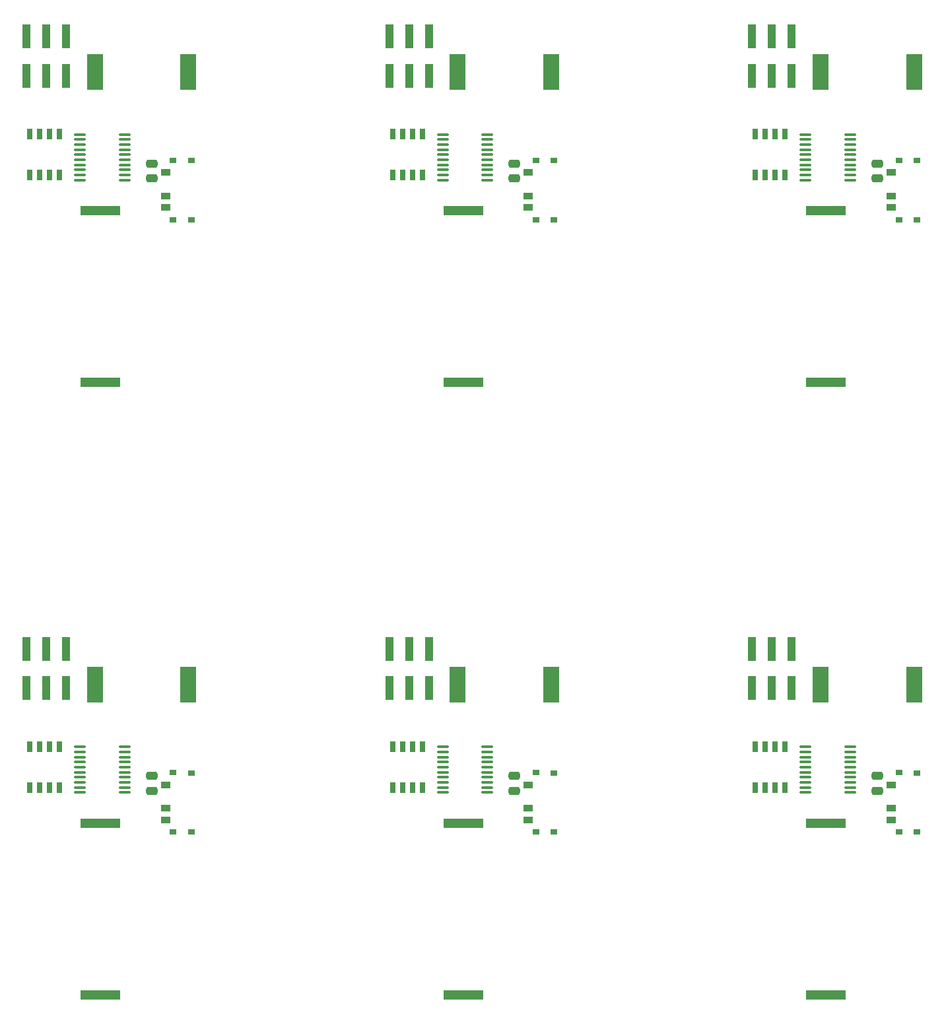
<source format=gbr>
%TF.GenerationSoftware,KiCad,Pcbnew,9.0.3*%
%TF.CreationDate,2025-07-23T15:56:11-05:00*%
%TF.ProjectId,panel,70616e65-6c2e-46b6-9963-61645f706362,rev?*%
%TF.SameCoordinates,Original*%
%TF.FileFunction,Paste,Bot*%
%TF.FilePolarity,Positive*%
%FSLAX46Y46*%
G04 Gerber Fmt 4.6, Leading zero omitted, Abs format (unit mm)*
G04 Created by KiCad (PCBNEW 9.0.3) date 2025-07-23 15:56:11*
%MOMM*%
%LPD*%
G01*
G04 APERTURE LIST*
G04 Aperture macros list*
%AMRoundRect*
0 Rectangle with rounded corners*
0 $1 Rounding radius*
0 $2 $3 $4 $5 $6 $7 $8 $9 X,Y pos of 4 corners*
0 Add a 4 corners polygon primitive as box body*
4,1,4,$2,$3,$4,$5,$6,$7,$8,$9,$2,$3,0*
0 Add four circle primitives for the rounded corners*
1,1,$1+$1,$2,$3*
1,1,$1+$1,$4,$5*
1,1,$1+$1,$6,$7*
1,1,$1+$1,$8,$9*
0 Add four rect primitives between the rounded corners*
20,1,$1+$1,$2,$3,$4,$5,0*
20,1,$1+$1,$4,$5,$6,$7,0*
20,1,$1+$1,$6,$7,$8,$9,0*
20,1,$1+$1,$8,$9,$2,$3,0*%
G04 Aperture macros list end*
%ADD10R,5.080000X1.270000*%
%ADD11R,1.000000X3.150000*%
%ADD12RoundRect,0.100000X0.637500X0.100000X-0.637500X0.100000X-0.637500X-0.100000X0.637500X-0.100000X0*%
%ADD13R,1.250000X0.900000*%
%ADD14R,0.900000X0.800000*%
%ADD15R,0.800000X1.450000*%
%ADD16R,2.000000X4.600000*%
%ADD17RoundRect,0.250000X0.475000X-0.250000X0.475000X0.250000X-0.475000X0.250000X-0.475000X-0.250000X0*%
G04 APERTURE END LIST*
D10*
%TO.C,BT1*%
X99447561Y-176355334D03*
X99447561Y-154385334D03*
%TD*%
D11*
%TO.C,J3*%
X141554887Y-137055334D03*
X141554887Y-132005334D03*
X139014887Y-137055334D03*
X139014887Y-132005334D03*
X136474887Y-137055334D03*
X136474887Y-132005334D03*
%TD*%
D12*
%TO.C,U1*%
X195599713Y-66039903D03*
X195599713Y-66689903D03*
X195599713Y-67339903D03*
X195599713Y-67989903D03*
X195599713Y-68639903D03*
X195599713Y-69289903D03*
X195599713Y-69939903D03*
X195599713Y-70589903D03*
X195599713Y-71239903D03*
X195599713Y-71889903D03*
X189874713Y-71889903D03*
X189874713Y-71239903D03*
X189874713Y-70589903D03*
X189874713Y-69939903D03*
X189874713Y-69289903D03*
X189874713Y-68639903D03*
X189874713Y-67989903D03*
X189874713Y-67339903D03*
X189874713Y-66689903D03*
X189874713Y-66039903D03*
%TD*%
D10*
%TO.C,BT1*%
X145979887Y-176355334D03*
X145979887Y-154385334D03*
%TD*%
D11*
%TO.C,J3*%
X188087213Y-137055334D03*
X188087213Y-132005334D03*
X185547213Y-137055334D03*
X185547213Y-132005334D03*
X183007213Y-137055334D03*
X183007213Y-132005334D03*
%TD*%
D13*
%TO.C,SW1*%
X200862213Y-153955334D03*
X200862213Y-152455334D03*
X200862213Y-149455334D03*
D14*
X201837213Y-155505334D03*
X204137213Y-155505334D03*
X204137213Y-147905334D03*
X201837213Y-147895334D03*
%TD*%
D10*
%TO.C,BT1*%
X192512213Y-176355334D03*
X192512213Y-154385334D03*
%TD*%
D12*
%TO.C,U1*%
X102535061Y-144580334D03*
X102535061Y-145230334D03*
X102535061Y-145880334D03*
X102535061Y-146530334D03*
X102535061Y-147180334D03*
X102535061Y-147830334D03*
X102535061Y-148480334D03*
X102535061Y-149130334D03*
X102535061Y-149780334D03*
X102535061Y-150430334D03*
X96810061Y-150430334D03*
X96810061Y-149780334D03*
X96810061Y-149130334D03*
X96810061Y-148480334D03*
X96810061Y-147830334D03*
X96810061Y-147180334D03*
X96810061Y-146530334D03*
X96810061Y-145880334D03*
X96810061Y-145230334D03*
X96810061Y-144580334D03*
%TD*%
D10*
%TO.C,BT1*%
X192512213Y-97814903D03*
X192512213Y-75844903D03*
%TD*%
D15*
%TO.C,U4*%
X90362561Y-65989903D03*
X91632561Y-65989903D03*
X92902561Y-65989903D03*
X94172561Y-65989903D03*
X94172561Y-71239903D03*
X92902561Y-71239903D03*
X91632561Y-71239903D03*
X90362561Y-71239903D03*
%TD*%
D16*
%TO.C,J1*%
X157254887Y-136605334D03*
X145254887Y-136605334D03*
%TD*%
D17*
%TO.C,C3*%
X152554887Y-150205334D03*
X152554887Y-148305334D03*
%TD*%
D11*
%TO.C,J3*%
X95022561Y-58514903D03*
X95022561Y-53464903D03*
X92482561Y-58514903D03*
X92482561Y-53464903D03*
X89942561Y-58514903D03*
X89942561Y-53464903D03*
%TD*%
D16*
%TO.C,J1*%
X110722561Y-58064903D03*
X98722561Y-58064903D03*
%TD*%
%TO.C,J1*%
X110722561Y-136605334D03*
X98722561Y-136605334D03*
%TD*%
D13*
%TO.C,SW1*%
X154329887Y-75414903D03*
X154329887Y-73914903D03*
X154329887Y-70914903D03*
D14*
X155304887Y-76964903D03*
X157604887Y-76964903D03*
X157604887Y-69364903D03*
X155304887Y-69354903D03*
%TD*%
D17*
%TO.C,C3*%
X199087213Y-150205334D03*
X199087213Y-148305334D03*
%TD*%
D16*
%TO.C,J1*%
X157254887Y-58064903D03*
X145254887Y-58064903D03*
%TD*%
D17*
%TO.C,C3*%
X106022561Y-150205334D03*
X106022561Y-148305334D03*
%TD*%
D12*
%TO.C,U1*%
X102535061Y-66039903D03*
X102535061Y-66689903D03*
X102535061Y-67339903D03*
X102535061Y-67989903D03*
X102535061Y-68639903D03*
X102535061Y-69289903D03*
X102535061Y-69939903D03*
X102535061Y-70589903D03*
X102535061Y-71239903D03*
X102535061Y-71889903D03*
X96810061Y-71889903D03*
X96810061Y-71239903D03*
X96810061Y-70589903D03*
X96810061Y-69939903D03*
X96810061Y-69289903D03*
X96810061Y-68639903D03*
X96810061Y-67989903D03*
X96810061Y-67339903D03*
X96810061Y-66689903D03*
X96810061Y-66039903D03*
%TD*%
D17*
%TO.C,C3*%
X152554887Y-71664903D03*
X152554887Y-69764903D03*
%TD*%
D11*
%TO.C,J3*%
X188087213Y-58514903D03*
X188087213Y-53464903D03*
X185547213Y-58514903D03*
X185547213Y-53464903D03*
X183007213Y-58514903D03*
X183007213Y-53464903D03*
%TD*%
D10*
%TO.C,BT1*%
X99447561Y-97814903D03*
X99447561Y-75844903D03*
%TD*%
D12*
%TO.C,U1*%
X149067387Y-66039903D03*
X149067387Y-66689903D03*
X149067387Y-67339903D03*
X149067387Y-67989903D03*
X149067387Y-68639903D03*
X149067387Y-69289903D03*
X149067387Y-69939903D03*
X149067387Y-70589903D03*
X149067387Y-71239903D03*
X149067387Y-71889903D03*
X143342387Y-71889903D03*
X143342387Y-71239903D03*
X143342387Y-70589903D03*
X143342387Y-69939903D03*
X143342387Y-69289903D03*
X143342387Y-68639903D03*
X143342387Y-67989903D03*
X143342387Y-67339903D03*
X143342387Y-66689903D03*
X143342387Y-66039903D03*
%TD*%
D17*
%TO.C,C3*%
X106022561Y-71664903D03*
X106022561Y-69764903D03*
%TD*%
D10*
%TO.C,BT1*%
X145979887Y-97814903D03*
X145979887Y-75844903D03*
%TD*%
D13*
%TO.C,SW1*%
X154329887Y-153955334D03*
X154329887Y-152455334D03*
X154329887Y-149455334D03*
D14*
X155304887Y-155505334D03*
X157604887Y-155505334D03*
X157604887Y-147905334D03*
X155304887Y-147895334D03*
%TD*%
D11*
%TO.C,J3*%
X141554887Y-58514903D03*
X141554887Y-53464903D03*
X139014887Y-58514903D03*
X139014887Y-53464903D03*
X136474887Y-58514903D03*
X136474887Y-53464903D03*
%TD*%
D16*
%TO.C,J1*%
X203787213Y-136605334D03*
X191787213Y-136605334D03*
%TD*%
D12*
%TO.C,U1*%
X195599713Y-144580334D03*
X195599713Y-145230334D03*
X195599713Y-145880334D03*
X195599713Y-146530334D03*
X195599713Y-147180334D03*
X195599713Y-147830334D03*
X195599713Y-148480334D03*
X195599713Y-149130334D03*
X195599713Y-149780334D03*
X195599713Y-150430334D03*
X189874713Y-150430334D03*
X189874713Y-149780334D03*
X189874713Y-149130334D03*
X189874713Y-148480334D03*
X189874713Y-147830334D03*
X189874713Y-147180334D03*
X189874713Y-146530334D03*
X189874713Y-145880334D03*
X189874713Y-145230334D03*
X189874713Y-144580334D03*
%TD*%
D15*
%TO.C,U4*%
X136894887Y-65989903D03*
X138164887Y-65989903D03*
X139434887Y-65989903D03*
X140704887Y-65989903D03*
X140704887Y-71239903D03*
X139434887Y-71239903D03*
X138164887Y-71239903D03*
X136894887Y-71239903D03*
%TD*%
%TO.C,U4*%
X90362561Y-144530334D03*
X91632561Y-144530334D03*
X92902561Y-144530334D03*
X94172561Y-144530334D03*
X94172561Y-149780334D03*
X92902561Y-149780334D03*
X91632561Y-149780334D03*
X90362561Y-149780334D03*
%TD*%
D13*
%TO.C,SW1*%
X200862213Y-75414903D03*
X200862213Y-73914903D03*
X200862213Y-70914903D03*
D14*
X201837213Y-76964903D03*
X204137213Y-76964903D03*
X204137213Y-69364903D03*
X201837213Y-69354903D03*
%TD*%
D13*
%TO.C,SW1*%
X107797561Y-75414903D03*
X107797561Y-73914903D03*
X107797561Y-70914903D03*
D14*
X108772561Y-76964903D03*
X111072561Y-76964903D03*
X111072561Y-69364903D03*
X108772561Y-69354903D03*
%TD*%
D17*
%TO.C,C3*%
X199087213Y-71664903D03*
X199087213Y-69764903D03*
%TD*%
D15*
%TO.C,U4*%
X183427213Y-65989903D03*
X184697213Y-65989903D03*
X185967213Y-65989903D03*
X187237213Y-65989903D03*
X187237213Y-71239903D03*
X185967213Y-71239903D03*
X184697213Y-71239903D03*
X183427213Y-71239903D03*
%TD*%
%TO.C,U4*%
X136894887Y-144530334D03*
X138164887Y-144530334D03*
X139434887Y-144530334D03*
X140704887Y-144530334D03*
X140704887Y-149780334D03*
X139434887Y-149780334D03*
X138164887Y-149780334D03*
X136894887Y-149780334D03*
%TD*%
D16*
%TO.C,J1*%
X203787213Y-58064903D03*
X191787213Y-58064903D03*
%TD*%
D11*
%TO.C,J3*%
X95022561Y-137055334D03*
X95022561Y-132005334D03*
X92482561Y-137055334D03*
X92482561Y-132005334D03*
X89942561Y-137055334D03*
X89942561Y-132005334D03*
%TD*%
D15*
%TO.C,U4*%
X183427213Y-144530334D03*
X184697213Y-144530334D03*
X185967213Y-144530334D03*
X187237213Y-144530334D03*
X187237213Y-149780334D03*
X185967213Y-149780334D03*
X184697213Y-149780334D03*
X183427213Y-149780334D03*
%TD*%
D12*
%TO.C,U1*%
X149067387Y-144580334D03*
X149067387Y-145230334D03*
X149067387Y-145880334D03*
X149067387Y-146530334D03*
X149067387Y-147180334D03*
X149067387Y-147830334D03*
X149067387Y-148480334D03*
X149067387Y-149130334D03*
X149067387Y-149780334D03*
X149067387Y-150430334D03*
X143342387Y-150430334D03*
X143342387Y-149780334D03*
X143342387Y-149130334D03*
X143342387Y-148480334D03*
X143342387Y-147830334D03*
X143342387Y-147180334D03*
X143342387Y-146530334D03*
X143342387Y-145880334D03*
X143342387Y-145230334D03*
X143342387Y-144580334D03*
%TD*%
D13*
%TO.C,SW1*%
X107797561Y-153955334D03*
X107797561Y-152455334D03*
X107797561Y-149455334D03*
D14*
X108772561Y-155505334D03*
X111072561Y-155505334D03*
X111072561Y-147905334D03*
X108772561Y-147895334D03*
%TD*%
M02*

</source>
